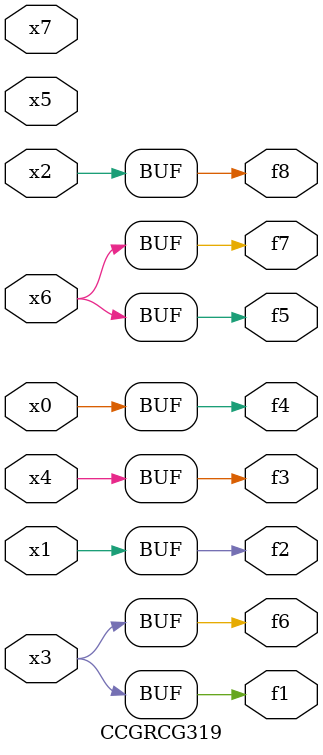
<source format=v>
module CCGRCG319(
	input x0, x1, x2, x3, x4, x5, x6, x7,
	output f1, f2, f3, f4, f5, f6, f7, f8
);
	assign f1 = x3;
	assign f2 = x1;
	assign f3 = x4;
	assign f4 = x0;
	assign f5 = x6;
	assign f6 = x3;
	assign f7 = x6;
	assign f8 = x2;
endmodule

</source>
